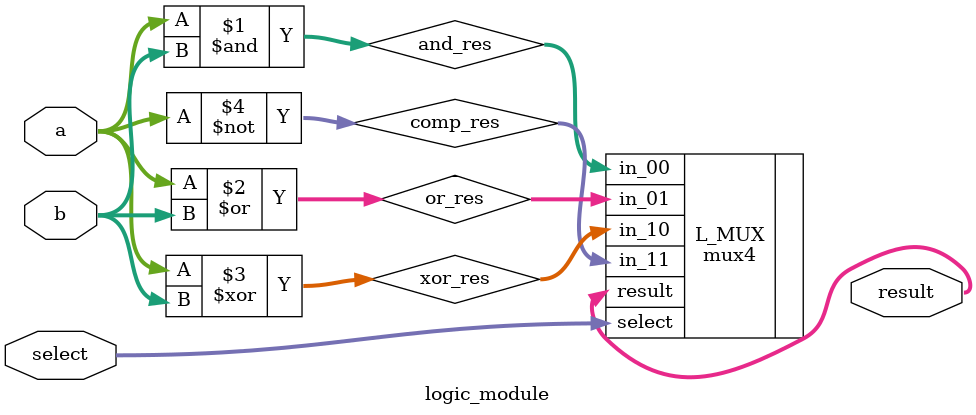
<source format=v>
module logic_module
#(parameter N = 4)
(a, b, select, result);
  localparam MSB = (N-1);
  localparam LSB = (0);

  input [MSB:LSB] a, b;
  input [1:0] select;
  output [MSB:LSB] result;

  wire [MSB:LSB]
    and_res, or_res,
    xor_res, comp_res;

  assign and_res = a&b;
  assign or_res = a|b;
  assign xor_res = a^b;
  assign comp_res = ~a;

  mux4 #(.N(N)) L_MUX(
    .in_00(and_res),
    .in_01(or_res),
    .in_10(xor_res),
    .in_11(comp_res),
    .select(select),
    .result(result)
  );
endmodule
</source>
